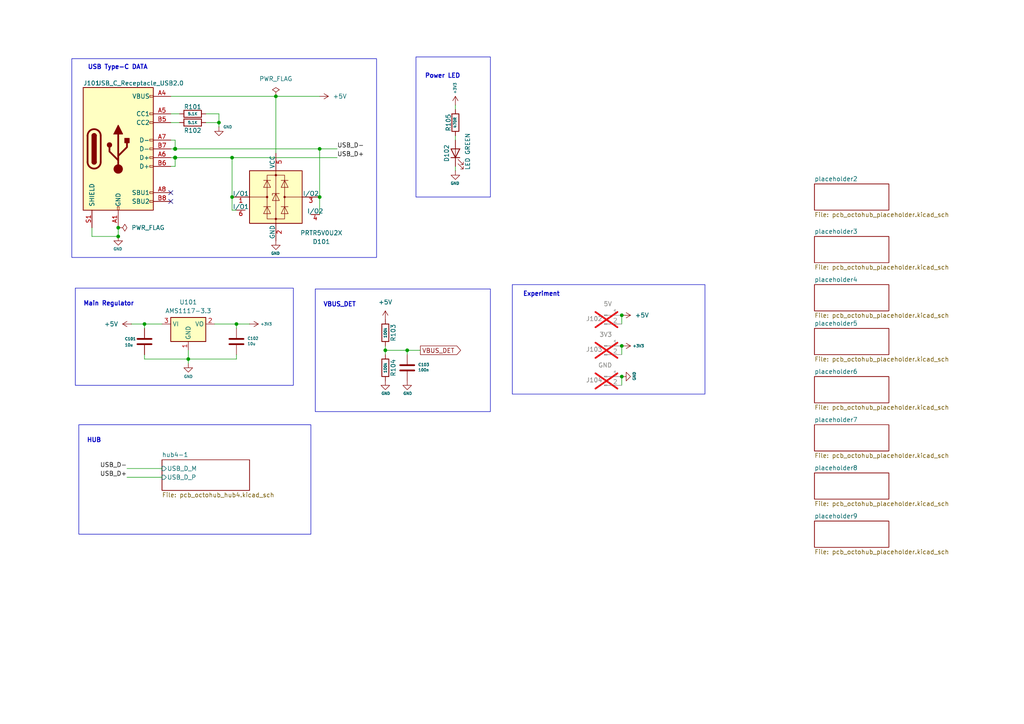
<source format=kicad_sch>
(kicad_sch (version 20231120) (generator "eeschema") (generator_version "8.0")
  (paper "A4")
  (title_block (title "Octoprobe octohub") (date "2024-06-18") (rev "0.2") (company "Hans Märki, Märki Informatik") (comment 1 "The MIT License (MIT)"))
  (lib_symbols
    (symbol "00_project_library:AMS1117-3.3"
      (property "Reference" "U" (at -3.81 3.175 0))
      (property "Value" "AMS1117-3.3" (at 0 3.175 0))
      (symbol "AMS1117-3.3_0_1"
        (rectangle (start -5.08 1.905) (end 5.08 -5.08) (stroke (width 0.254)) (fill (type background)))
      )
      (symbol "AMS1117-3.3_1_1"
        (pin power_in line (at 0 -7.62 90) (length 2.54) (name "GND") (number "1"))
        (pin power_out line (at 7.62 0 180) (length 2.54) (name "VO") (number "2"))
        (pin power_in line (at -7.62 0 0) (length 2.54) (name "VI") (number "3"))
      )
    )
    (symbol "00_project_library:C" (pin_numbers hide) (pin_names (offset 0.254))
      (property "Reference" "C" (at 0.635 2.54 0))
      (property "Value" "C" (at 0.635 -2.54 0))
      (symbol "C_0_1"
        (polyline (pts (xy -2.032 -0.762) (xy 2.032 -0.762)) (stroke (width 0.508)))
        (polyline (pts (xy -2.032 0.762) (xy 2.032 0.762)) (stroke (width 0.508)))
      )
      (symbol "C_1_1"
        (pin passive line (at 0 3.81 270) (length 2.794) (name "~") (number "1"))
        (pin passive line (at 0 -3.81 90) (length 2.794) (name "~") (number "2"))
      )
    )
    (symbol "00_project_library:LED GREEN" (pin_numbers hide) (pin_names (offset 1.016) hide)
      (property "Reference" "D" (at 0 2.54 0))
      (property "Value" "LED GREEN" (at 0 -2.54 0))
      (symbol "LED GREEN_0_1"
        (polyline (pts (xy -1.27 -1.27) (xy -1.27 1.27)) (stroke (width 0.254)))
        (polyline (pts (xy -1.27 0) (xy 1.27 0)))
        (polyline (pts (xy 1.27 -1.27) (xy 1.27 1.27) (xy -1.27 0) (xy 1.27 -1.27)) (stroke (width 0.254)))
        (polyline (pts (xy -3.048 -0.762) (xy -4.572 -2.286) (xy -3.81 -2.286) (xy -4.572 -2.286) (xy -4.572 -1.524)))
        (polyline (pts (xy -1.778 -0.762) (xy -3.302 -2.286) (xy -2.54 -2.286) (xy -3.302 -2.286) (xy -3.302 -1.524)))
      )
      (symbol "LED GREEN_1_1"
        (pin passive line (at -3.81 0 0) (length 2.54) (name "K") (number "1"))
        (pin passive line (at 3.81 0 180) (length 2.54) (name "A") (number "2"))
      )
    )
    (symbol "00_project_library:PRTR5V0U2X" (pin_names (offset 0))
      (property "Reference" "D" (at 2.794 8.636 0))
      (property "Value" "PRTR5V0U2X" (at 8.128 -9.398 0))
      (property "JLC" "C2937001" (at 0 0 0))
      (symbol "PRTR5V0U2X_0_1"
        (rectangle (start -7.62 7.62) (end 7.62 -7.62) (stroke (width 0.254)) (fill (type background)))
        (circle (center -2.54 0) (radius 0.254) (fill (type outline)))
        (rectangle (start -2.54 6.35) (end 2.54 -6.35))
        (circle (center 0 -6.35) (radius 0.254) (fill (type outline)))
        (polyline (pts (xy -2.54 0) (xy -7.62 0)))
        (polyline (pts (xy -1.524 -2.794) (xy -3.556 -2.794)))
        (polyline (pts (xy -1.524 4.826) (xy -3.556 4.826)))
        (polyline (pts (xy 0 -7.62) (xy 0 7.62)))
        (polyline (pts (xy 1.524 -2.794) (xy 3.556 -2.794)))
        (polyline (pts (xy 1.524 4.826) (xy 3.556 4.826)))
        (polyline (pts (xy 2.54 0) (xy 7.62 0)))
        (polyline (pts (xy 1.016 1.016) (xy -1.016 1.016) (xy -1.016 0.508)))
        (polyline (pts (xy -3.556 -4.826) (xy -1.524 -4.826) (xy -2.54 -2.794) (xy -3.556 -4.826)))
        (polyline (pts (xy -3.556 2.794) (xy -1.524 2.794) (xy -2.54 4.826) (xy -3.556 2.794)))
        (polyline (pts (xy -1.016 -1.016) (xy 1.016 -1.016) (xy 0 1.016) (xy -1.016 -1.016)))
        (polyline (pts (xy 3.556 -4.826) (xy 1.524 -4.826) (xy 2.54 -2.794) (xy 3.556 -4.826)))
        (polyline (pts (xy 3.556 2.794) (xy 1.524 2.794) (xy 2.54 4.826) (xy 3.556 2.794)))
        (circle (center 0 6.35) (radius 0.254) (fill (type outline)))
        (circle (center 2.54 0) (radius 0.254) (fill (type outline)))
      )
      (symbol "PRTR5V0U2X_1_0"
        (pin passive line (at 12.7 -5.08 180) (length 2.54) (name "I/O2") (number "4"))
        (pin passive line (at -11.43 -3.81 0) (length 2.54) (name "I/O1") (number "6"))
      )
      (symbol "PRTR5V0U2X_1_1"
        (pin passive line (at -12.7 0 0) (length 5.08) (name "I/O1") (number "1"))
        (pin passive line (at 0 -12.7 90) (length 5.08) (name "GND") (number "2"))
        (pin passive line (at 12.7 0 180) (length 5.08) (name "I/O2") (number "3"))
        (pin passive line (at 0 12.7 270) (length 5.08) (name "VCC") (number "5"))
      )
    )
    (symbol "00_project_library:USB_C_Receptacle_USB2.0" (pin_names (offset 1.016))
      (property "Reference" "J" (at -10.16 19.05 0))
      (property "Value" "USB_C_Receptacle_USB2.0" (at 19.05 19.05 0))
      (symbol "USB_C_Receptacle_USB2.0_0_0"
        (rectangle (start -0.254 -17.78) (end 0.254 -16.764))
        (rectangle (start 10.16 -14.986) (end 9.144 -15.494))
        (rectangle (start 10.16 -12.446) (end 9.144 -12.954))
        (rectangle (start 10.16 -4.826) (end 9.144 -5.334))
        (rectangle (start 10.16 -2.286) (end 9.144 -2.794))
        (rectangle (start 10.16 0.254) (end 9.144 -0.254))
        (rectangle (start 10.16 2.794) (end 9.144 2.286))
        (rectangle (start 10.16 7.874) (end 9.144 7.366))
        (rectangle (start 10.16 10.414) (end 9.144 9.906))
        (rectangle (start 10.16 15.494) (end 9.144 14.986))
      )
      (symbol "USB_C_Receptacle_USB2.0_0_1"
        (rectangle (start -10.16 17.78) (end 10.16 -17.78) (stroke (width 0.254)) (fill (type background)))
        (arc (start -8.89 -3.81) (mid -6.985 -5.7067) (end -5.08 -3.81) (stroke (width 0.508)))
        (arc (start -7.62 -3.81) (mid -6.985 -4.4423) (end -6.35 -3.81) (stroke (width 0.254)))
        (arc (start -7.62 -3.81) (mid -6.985 -4.4423) (end -6.35 -3.81) (stroke (width 0.254)) (fill (type outline)))
        (rectangle (start -7.62 3.81) (end -6.35 -3.81) (stroke (width 0.254)) (fill (type outline)))
        (arc (start -6.35 3.81) (mid -6.985 4.4423) (end -7.62 3.81) (stroke (width 0.254)))
        (arc (start -6.35 3.81) (mid -6.985 4.4423) (end -7.62 3.81) (stroke (width 0.254)) (fill (type outline)))
        (arc (start -5.08 3.81) (mid -6.985 5.7067) (end -8.89 3.81) (stroke (width 0.508)))
        (circle (center -2.54 1.143) (radius 0.635) (stroke (width 0.254)) (fill (type outline)))
        (circle (center 0 -5.842) (radius 1.27) (fill (type outline)))
        (polyline (pts (xy -8.89 -3.81) (xy -8.89 3.81)) (stroke (width 0.508)))
        (polyline (pts (xy -5.08 3.81) (xy -5.08 -3.81)) (stroke (width 0.508)))
        (polyline (pts (xy 0 -5.842) (xy 0 4.318)) (stroke (width 0.508)))
        (polyline (pts (xy 0 -3.302) (xy -2.54 -0.762) (xy -2.54 0.508)) (stroke (width 0.508)))
        (polyline (pts (xy 0 -2.032) (xy 2.54 0.508) (xy 2.54 1.778)) (stroke (width 0.508)))
        (polyline (pts (xy -1.27 4.318) (xy 0 6.858) (xy 1.27 4.318) (xy -1.27 4.318)) (stroke (width 0.254)) (fill (type outline)))
        (rectangle (start 1.905 1.778) (end 3.175 3.048) (stroke (width 0.254)) (fill (type outline)))
      )
      (symbol "USB_C_Receptacle_USB2.0_1_1"
        (pin passive line (at 0 -22.86 90) (length 5.08) (name "GND") (number "A1"))
        (pin passive line (at 0 -22.86 90) (length 5.08) hide (name "GND") (number "A12"))
        (pin passive line (at 15.24 15.24 180) (length 5.08) (name "VBUS") (number "A4"))
        (pin bidirectional line (at 15.24 10.16 180) (length 5.08) (name "CC1") (number "A5"))
        (pin bidirectional line (at 15.24 -2.54 180) (length 5.08) (name "D+") (number "A6"))
        (pin bidirectional line (at 15.24 2.54 180) (length 5.08) (name "D-") (number "A7"))
        (pin bidirectional line (at 15.24 -12.7 180) (length 5.08) (name "SBU1") (number "A8"))
        (pin passive line (at 15.24 15.24 180) (length 5.08) hide (name "VBUS") (number "A9"))
        (pin passive line (at 0 -22.86 90) (length 5.08) hide (name "GND") (number "B1"))
        (pin passive line (at 0 -22.86 90) (length 5.08) hide (name "GND") (number "B12"))
        (pin passive line (at 15.24 15.24 180) (length 5.08) hide (name "VBUS") (number "B4"))
        (pin bidirectional line (at 15.24 7.62 180) (length 5.08) (name "CC2") (number "B5"))
        (pin bidirectional line (at 15.24 -5.08 180) (length 5.08) (name "D+") (number "B6"))
        (pin bidirectional line (at 15.24 0 180) (length 5.08) (name "D-") (number "B7"))
        (pin bidirectional line (at 15.24 -15.24 180) (length 5.08) (name "SBU2") (number "B8"))
        (pin passive line (at 15.24 15.24 180) (length 5.08) hide (name "VBUS") (number "B9"))
        (pin passive line (at -7.62 -22.86 90) (length 5.08) (name "SHIELD") (number "S1"))
      )
    )
    (symbol "Connector:Conn_01x02_Pin" (pin_names (offset 1.016) hide)
      (property "Reference" "J" (at 0 2.54 0))
      (property "Value" "Conn_01x02_Pin" (at 0 -5.08 0))
      (symbol "Conn_01x02_Pin_1_1"
        (polyline (pts (xy 1.27 -2.54) (xy 0.8636 -2.54)) (stroke (width 0.1524)))
        (polyline (pts (xy 1.27 0) (xy 0.8636 0)) (stroke (width 0.1524)))
        (rectangle (start 0.8636 -2.413) (end 0 -2.667) (stroke (width 0.1524)) (fill (type outline)))
        (rectangle (start 0.8636 0.127) (end 0 -0.127) (stroke (width 0.1524)) (fill (type outline)))
        (pin passive line (at 5.08 0 180) (length 3.81) (name "Pin_1") (number "1"))
        (pin passive line (at 5.08 -2.54 180) (length 3.81) (name "Pin_2") (number "2"))
      )
    )
    (symbol "Device:R" (pin_numbers hide) (pin_names (offset 0))
      (property "Reference" "R" (at 2.032 0 90))
      (property "Value" "R" (at 0 0 90))
      (symbol "R_0_1"
        (rectangle (start -1.016 -2.54) (end 1.016 2.54) (stroke (width 0.254)))
      )
      (symbol "R_1_1"
        (pin passive line (at 0 3.81 270) (length 1.27) (name "~") (number "1"))
        (pin passive line (at 0 -3.81 90) (length 1.27) (name "~") (number "2"))
      )
    )
    (symbol "power:+3V3" (power) (pin_numbers hide) (pin_names (offset 0) hide)
      (property "Value" "+3V3" (at 0 3.556 0))
      (symbol "+3V3_0_1"
        (polyline (pts (xy -0.762 1.27) (xy 0 2.54)))
        (polyline (pts (xy 0 0) (xy 0 2.54)))
        (polyline (pts (xy 0 2.54) (xy 0.762 1.27)))
      )
      (symbol "+3V3_1_1"
        (pin power_in line (at 0 0 90) (length 0) (name "~") (number "1"))
      )
    )
    (symbol "power:+5V" (power) (pin_numbers hide) (pin_names (offset 0) hide)
      (property "Value" "+5V" (at 0 3.556 0))
      (symbol "+5V_0_1"
        (polyline (pts (xy -0.762 1.27) (xy 0 2.54)))
        (polyline (pts (xy 0 0) (xy 0 2.54)))
        (polyline (pts (xy 0 2.54) (xy 0.762 1.27)))
      )
      (symbol "+5V_1_1"
        (pin power_in line (at 0 0 90) (length 0) (name "~") (number "1"))
      )
    )
    (symbol "power:GND" (power) (pin_numbers hide) (pin_names (offset 0) hide)
      (property "Value" "GND" (at 0 -3.81 0))
      (symbol "GND_0_1"
        (polyline (pts (xy 0 0) (xy 0 -1.27) (xy 1.27 -1.27) (xy 0 -2.54) (xy -1.27 -1.27) (xy 0 -1.27)))
      )
      (symbol "GND_1_1"
        (pin power_in line (at 0 0 270) (length 0) (name "~") (number "1"))
      )
    )
    (symbol "power:PWR_FLAG" (power) (pin_numbers hide) (pin_names (offset 0) hide)
      (property "Value" "PWR_FLAG" (at 0 3.81 0))
      (symbol "PWR_FLAG_0_0"
        (pin power_out line (at 0 0 90) (length 0) (name "~") (number "1"))
      )
      (symbol "PWR_FLAG_0_1"
        (polyline (pts (xy 0 0) (xy 0 1.27) (xy -1.016 1.905) (xy 0 2.54) (xy 1.016 1.905) (xy 0 1.27)))
      )
    )
  )
  (junction (at 180.34 109.22))
  (junction (at 111.76 101.6))
  (junction (at 63.5 35.56))
  (junction (at 180.34 91.44))
  (junction (at 118.11 101.6))
  (junction (at 54.61 104.14))
  (junction (at 41.91 93.98))
  (junction (at 50.8 45.72) (diameter 1.016))
  (junction (at 92.71 57.15))
  (junction (at 67.31 57.15))
  (junction (at 68.58 93.98))
  (junction (at 80.01 27.94))
  (junction (at 180.34 100.33))
  (junction (at 67.31 45.72))
  (junction (at 92.71 43.18))
  (junction (at 34.29 66.04))
  (junction (at 34.29 68.58))
  (junction (at 50.8 43.18) (diameter 1.016))
  (no_connect (at 49.53 58.42))
  (no_connect (at 49.53 55.88))
  (wire (pts (xy 59.69 33.02) (xy 63.5 33.02)))
  (wire (pts (xy 92.71 57.15) (xy 92.71 62.23)))
  (wire (pts (xy 67.31 60.96) (xy 67.31 57.15)))
  (wire (pts (xy 68.58 95.25) (xy 68.58 93.98)))
  (wire (pts (xy 54.61 104.14) (xy 54.61 105.41)))
  (wire (pts (xy 118.11 101.6) (xy 118.11 102.87)))
  (wire (pts (xy 132.08 48.26) (xy 132.08 49.53)))
  (wire (pts (xy 132.08 39.37) (xy 132.08 40.64)))
  (wire (pts (xy 92.71 57.15) (xy 92.71 43.18)))
  (wire (pts (xy 41.91 102.87) (xy 41.91 104.14)))
  (wire (pts (xy 67.31 60.96) (xy 68.58 60.96)))
  (wire (pts (xy 41.91 93.98) (xy 41.91 95.25)))
  (wire (pts (xy 34.29 66.04) (xy 34.29 68.58)))
  (wire (pts (xy 180.34 91.44) (xy 180.34 93.98)))
  (wire (pts (xy 26.67 68.58) (xy 34.29 68.58)))
  (wire (pts (xy 50.8 45.72) (xy 67.31 45.72)))
  (wire (pts (xy 132.08 31.75) (xy 132.08 30.48)))
  (wire (pts (xy 54.61 101.6) (xy 54.61 104.14)))
  (wire (pts (xy 49.53 43.18) (xy 50.8 43.18)))
  (wire (pts (xy 50.8 43.18) (xy 92.71 43.18)))
  (wire (pts (xy 41.91 104.14) (xy 54.61 104.14)))
  (wire (pts (xy 80.01 27.94) (xy 80.01 44.45)))
  (wire (pts (xy 46.99 93.98) (xy 41.91 93.98)))
  (wire (pts (xy 67.31 45.72) (xy 67.31 57.15)))
  (wire (pts (xy 49.53 35.56) (xy 52.07 35.56)))
  (wire (pts (xy 59.69 35.56) (xy 63.5 35.56)))
  (wire (pts (xy 38.1 93.98) (xy 41.91 93.98)))
  (wire (pts (xy 49.53 27.94) (xy 80.01 27.94)))
  (wire (pts (xy 111.76 101.6) (xy 118.11 101.6)))
  (wire (pts (xy 121.92 101.6) (xy 118.11 101.6)))
  (wire (pts (xy 72.39 93.98) (xy 68.58 93.98)))
  (wire (pts (xy 54.61 104.14) (xy 68.58 104.14)))
  (wire (pts (xy 80.01 27.94) (xy 92.71 27.94)))
  (wire (pts (xy 26.67 66.04) (xy 26.67 68.58)))
  (wire (pts (xy 63.5 35.56) (xy 63.5 36.83)))
  (wire (pts (xy 68.58 93.98) (xy 62.23 93.98)))
  (wire (pts (xy 111.76 100.33) (xy 111.76 101.6)))
  (wire (pts (xy 49.53 33.02) (xy 52.07 33.02)))
  (wire (pts (xy 67.31 45.72) (xy 97.79 45.72)))
  (wire (pts (xy 49.53 40.64) (xy 50.8 40.64)))
  (wire (pts (xy 68.58 102.87) (xy 68.58 104.14)))
  (wire (pts (xy 49.53 48.26) (xy 50.8 48.26)))
  (wire (pts (xy 50.8 40.64) (xy 50.8 43.18)))
  (wire (pts (xy 92.71 43.18) (xy 97.79 43.18)))
  (wire (pts (xy 180.34 109.22) (xy 180.34 111.76)))
  (wire (pts (xy 63.5 33.02) (xy 63.5 35.56)))
  (wire (pts (xy 180.34 100.33) (xy 180.34 102.87)))
  (wire (pts (xy 36.83 138.43) (xy 46.99 138.43)))
  (wire (pts (xy 36.83 135.89) (xy 46.99 135.89)))
  (wire (pts (xy 111.76 101.6) (xy 111.76 102.87)))
  (wire (pts (xy 49.53 45.72) (xy 50.8 45.72)))
  (wire (pts (xy 50.8 48.26) (xy 50.8 45.72)))
  (rectangle (start 120.65 16.51) (end 142.24 57.15))
  (rectangle (start 148.59 82.55) (end 204.47 114.3))
  (rectangle (start 22.86 123.19) (end 90.17 154.94))
  (rectangle (start 91.44 83.82) (end 142.24 119.38))
  (rectangle (start 21.844 83.566) (end 85.09 111.76))
  (rectangle (start 20.828 17.018) (end 109.22 74.676))
  (text "USB Type-C DATA" (at 25.4 20.32 0) (effects (font (size 1.27 1.27) (thickness 0.254) (bold yes)) (justify left bottom)))
  (text "VBUS_DET" (at 93.726 89.154 0) (effects (font (size 1.27 1.27) (thickness 0.254) (bold yes)) (justify left bottom)))
  (text "Power LED" (at 123.19 22.86 0) (effects (font (size 1.27 1.27) (thickness 0.254) (bold yes)) (justify left bottom)))
  (text "Main Regulator" (at 24.13 88.9 0) (effects (font (size 1.27 1.27) (thickness 0.254) (bold yes)) (justify left bottom)))
  (text "HUB" (at 25.146 128.524 0) (effects (font (size 1.27 1.27) (thickness 0.254) (bold yes)) (justify left bottom)))
  (text "Experiment" (at 151.638 86.106 0) (effects (font (size 1.27 1.27) (thickness 0.254) (bold yes)) (justify left bottom)))
  (label "USB_D+" (at 36.83 138.43 180))
  (label "USB_D-" (at 36.83 135.89 180))
  (label "USB_D-" (at 97.79 43.18 0))
  (label "USB_D+" (at 97.79 45.72 0))
  (global_label "VBUS_DET" (shape output) (at 121.92 101.6 0) (property "Intersheetrefs" "${INTERSHEET_REFS}" (effects (hide yes))))
  (symbol (lib_id "power:GND") (at 80.01 69.85 0) (unit 1)
    (property "Reference" "#PWR0106" (effects (hide yes)))
    (property "Value" "GND" (at 79.883 73.4822 0) (effects (font (size 0.8 0.8))))
    (property "Description" "Power symbol creates a global label with name \"GND\" , ground" (effects (hide yes)))
  )
  (symbol (lib_id "00_project_library:PRTR5V0U2X") (at 80.01 57.15 0) (unit 1)
    (property "Reference" "D101" (at 93.218 70.104 0))
    (property "Value" "PRTR5V0U2X" (at 93.218 67.564 0))
    (property "Footprint" "Package_SON:Texas_USON-6_1x1.45mm_P0.5mm_SMD" (effects (hide yes)))
    (property "Datasheet" "https://wmsc.lcsc.com/wmsc/upload/file/pdf/v2/lcsc/2201121800_TECH-PUBLIC-PRTR5V0U2F_C2937001.pdf" (effects (hide yes)))
    (property "Description" "Ultra low capacitance double rail-to-rail ESD protection diode, SON-6(1x1.5)" (effects (hide yes)))
    (property "JLC" "C2937001" (effects (hide yes)))
  )
  (symbol (lib_id "power:+5V") (at 180.34 91.44 270) (unit 1)
    (property "Reference" "#PWR0112" (effects (hide yes)))
    (property "Value" "+5V" (at 184.15 91.4399 90) (effects (justify left)))
    (property "Description" "Power symbol creates a global label with name \"+5V\"" (effects (hide yes)))
  )
  (symbol (lib_id "power:GND") (at 34.29 68.58 0) (unit 1)
    (property "Reference" "#PWR0101" (effects (hide yes)))
    (property "Value" "GND" (at 34.163 72.2122 0) (effects (font (size 0.8 0.8))))
    (property "Description" "Power symbol creates a global label with name \"GND\" , ground" (effects (hide yes)))
  )
  (symbol (lib_id "Connector:Conn_01x02_Pin") (at 175.26 109.22 0) (unit 1) (in_bom no) (dnp yes)
    (property "Reference" "J104" (at 174.752 110.236 0) (effects (justify right)))
    (property "Value" "GND" (at 177.546 105.918 0) (effects (justify right)))
    (property "Footprint" "Connector_PinHeader_2.54mm:PinHeader_1x02_P2.54mm_Vertical" (effects (hide yes)))
    (property "Description" "Generic connector, single row, 01x02, script generated" (effects (hide yes)))
  )
  (symbol (lib_id "power:PWR_FLAG") (at 80.01 27.94 0) (unit 1)
    (property "Reference" "#FLG0102" (effects (hide yes)))
    (property "Value" "PWR_FLAG" (at 80.01 22.86 0))
    (property "Description" "Special symbol for telling ERC where power comes from" (effects (hide yes)))
  )
  (symbol (lib_id "power:+3V3") (at 72.39 93.98 270) (unit 1)
    (property "Reference" "#PWR0105" (effects (hide yes)))
    (property "Value" "+3V3" (at 77.216 93.98 90) (effects (font (size 0.8 0.8))))
    (property "Description" "Power symbol creates a global label with name \"+3V3\"" (effects (hide yes)))
  )
  (symbol (lib_id "00_project_library:C") (at 41.91 99.06 0) (unit 1)
    (property "Reference" "C101" (at 36.195 98.2726 0) (effects (font (size 0.8 0.8)) (justify left)))
    (property "Value" "10u" (at 36.195 100.076 0) (effects (font (size 0.8 0.8)) (justify left)))
    (property "Footprint" "Capacitor_SMD:C_0603_1608Metric" (effects (hide yes)))
  )
  (symbol (lib_id "power:GND") (at 54.61 105.41 0) (unit 1)
    (property "Reference" "#PWR0103" (effects (hide yes)))
    (property "Value" "GND" (at 54.61 109.22 0) (effects (font (size 0.8 0.8))))
    (property "Description" "Power symbol creates a global label with name \"GND\" , ground" (effects (hide yes)))
  )
  (symbol (lib_id "power:+3V3") (at 180.34 100.33 270) (unit 1)
    (property "Reference" "#PWR0113" (effects (hide yes)))
    (property "Value" "+3V3" (at 185.166 100.33 90) (effects (font (size 0.8 0.8))))
    (property "Description" "Power symbol creates a global label with name \"+3V3\"" (effects (hide yes)))
  )
  (symbol (lib_id "power:+3V3") (at 132.08 30.48 0) (unit 1)
    (property "Reference" "#PWR0110" (effects (hide yes)))
    (property "Value" "+3V3" (at 131.953 25.5778 90) (effects (font (size 0.8 0.8))))
    (property "Description" "Power symbol creates a global label with name \"+3V3\"" (effects (hide yes)))
  )
  (symbol (lib_id "Connector:Conn_01x02_Pin") (at 175.26 91.44 0) (unit 1) (in_bom no) (dnp yes)
    (property "Reference" "J102" (at 174.752 92.456 0) (effects (justify right)))
    (property "Value" "5V" (at 177.546 88.138 0) (effects (justify right)))
    (property "Footprint" "Connector_PinHeader_2.54mm:PinHeader_1x02_P2.54mm_Vertical" (effects (hide yes)))
    (property "Description" "Generic connector, single row, 01x02, script generated" (effects (hide yes)))
  )
  (symbol (lib_id "Device:R") (at 55.88 33.02 90) (unit 1)
    (property "Reference" "R101" (at 55.88 30.988 90))
    (property "Value" "5.1K" (at 55.88 33.02 90) (effects (font (size 0.8 0.8))))
    (property "Footprint" "Resistor_SMD:R_0402_1005Metric" (effects (hide yes)))
  )
  (symbol (lib_id "00_project_library:USB_C_Receptacle_USB2.0") (at 34.29 43.18 0) (unit 1)
    (property "Reference" "J101" (at 24.13 24.13 0) (effects (justify left)))
    (property "Value" "USB_C_Receptacle_USB2.0" (at 53.34 24.13 0) (effects (justify right)))
    (property "Footprint" "00_project_library:USB_C_Receptacle_Palconn_UTC16-G" (effects (hide yes)))
    (property "Datasheet" "https://www.usb.org/sites/default/files/documents/usb_type-c.zip" (effects (hide yes)))
    (property "JLC" "C165948" (effects (hide yes)))
    (property "DigiKey" "https://www.digikey.com/en/products/detail/gct/USB4105-GF-A/11198441" (effects (hide yes)))
    (property "Digikey" "https://www.digikey.com/en/products/detail/gct/USB4105-GF-A/11198441" (effects (hide yes)))
  )
  (symbol (lib_id "power:GND") (at 132.08 49.53 0) (unit 1)
    (property "Reference" "#PWR0111" (effects (hide yes)))
    (property "Value" "GND" (at 131.953 53.1622 0) (effects (font (size 0.8 0.8))))
    (property "Description" "Power symbol creates a global label with name \"GND\" , ground" (effects (hide yes)))
  )
  (symbol (lib_id "power:GND") (at 63.5 36.83 0) (unit 1)
    (property "Reference" "#PWR0104" (effects (hide yes)))
    (property "Value" "GND" (at 66.04 36.83 0) (effects (font (size 0.8 0.8))))
    (property "Description" "Power symbol creates a global label with name \"GND\" , ground" (effects (hide yes)))
  )
  (symbol (lib_id "power:GND") (at 180.34 109.22 90) (unit 1)
    (property "Reference" "#PWR0114" (effects (hide yes)))
    (property "Value" "GND" (at 183.9722 109.093 0) (effects (font (size 0.8 0.8))))
    (property "Description" "Power symbol creates a global label with name \"GND\" , ground" (effects (hide yes)))
  )
  (symbol (lib_id "Device:R") (at 132.08 35.56 180) (unit 1)
    (property "Reference" "R105" (at 130.048 35.56 90))
    (property "Value" "470R" (at 131.9784 35.56 90) (effects (font (size 0.8 0.8))))
    (property "Footprint" "Resistor_SMD:R_0402_1005Metric" (effects (hide yes)))
  )
  (symbol (lib_id "power:+5V") (at 92.71 27.94 270) (unit 1)
    (property "Reference" "#PWR0107" (effects (hide yes)))
    (property "Value" "+5V" (at 96.52 27.9399 90) (effects (justify left)))
    (property "Description" "Power symbol creates a global label with name \"+5V\"" (effects (hide yes)))
  )
  (symbol (lib_id "power:GND") (at 111.76 110.49 0) (unit 1)
    (property "Reference" "#PWR0108" (effects (hide yes)))
    (property "Value" "GND" (at 111.887 114.1222 0) (effects (font (size 0.8 0.8))))
    (property "Description" "Power symbol creates a global label with name \"GND\" , ground" (effects (hide yes)))
  )
  (symbol (lib_id "power:+5V") (at 38.1 93.98 90) (unit 1)
    (property "Reference" "#PWR0102" (effects (hide yes)))
    (property "Value" "+5V" (at 34.29 93.9799 90) (effects (justify left)))
    (property "Description" "Power symbol creates a global label with name \"+5V\"" (effects (hide yes)))
  )
  (symbol (lib_id "Device:R") (at 111.76 96.52 180) (unit 1)
    (property "Reference" "R103" (at 114.046 96.52 90))
    (property "Value" "100k" (at 111.76 96.52 90) (effects (font (size 0.8 0.8))))
    (property "Footprint" "Resistor_SMD:R_0402_1005Metric" (effects (hide yes)))
  )
  (symbol (lib_id "00_project_library:AMS1117-3.3") (at 54.61 93.98 0) (unit 1)
    (property "Reference" "U101" (at 54.61 87.63 0))
    (property "Value" "AMS1117-3.3" (at 54.61 90.17 0))
    (property "Footprint" "00_project_library:SOT-223-3_TabPin2" (effects (hide yes)))
    (property "Datasheet" "http://www.advanced-monolithic.com/pdf/ds1117.pdf" (effects (hide yes)))
    (property "JLC" "C6186" (effects (hide yes)))
  )
  (symbol (lib_id "00_project_library:LED GREEN") (at 132.08 44.45 90) (unit 1)
    (property "Reference" "D102" (at 129.54 44.45 0))
    (property "Value" "LED GREEN" (at 135.636 43.942 0))
    (property "Footprint" "00_project_library:LED_0603_1608Metric" (effects (hide yes)))
    (property "JLC" "C2297" (effects (hide yes)))
  )
  (symbol (lib_id "00_project_library:C") (at 118.11 106.68 0) (unit 1)
    (property "Reference" "C103" (at 121.285 105.7656 0) (effects (font (size 0.8 0.8)) (justify left)))
    (property "Value" "100n" (at 121.285 107.315 0) (effects (font (size 0.8 0.8)) (justify left)))
    (property "Footprint" "Capacitor_SMD:C_0603_1608Metric" (effects (hide yes)))
  )
  (symbol (lib_id "power:+5V") (at 111.76 92.71 0) (unit 1)
    (property "Reference" "#PWR0115" (effects (hide yes)))
    (property "Value" "+5V" (at 111.76 87.63 0))
    (property "Description" "Power symbol creates a global label with name \"+5V\"" (effects (hide yes)))
  )
  (symbol (lib_id "Connector:Conn_01x02_Pin") (at 175.26 100.33 0) (unit 1) (in_bom no) (dnp yes)
    (property "Reference" "J103" (at 174.752 101.346 0) (effects (justify right)))
    (property "Value" "3V3" (at 177.546 97.028 0) (effects (justify right)))
    (property "Footprint" "Connector_PinHeader_2.54mm:PinHeader_1x02_P2.54mm_Vertical" (effects (hide yes)))
    (property "Description" "Generic connector, single row, 01x02, script generated" (effects (hide yes)))
  )
  (symbol (lib_id "00_project_library:C") (at 68.58 99.06 0) (unit 1)
    (property "Reference" "C102" (at 71.755 98.1456 0) (effects (font (size 0.8 0.8)) (justify left)))
    (property "Value" "10u" (at 71.755 99.695 0) (effects (font (size 0.8 0.8)) (justify left)))
    (property "Footprint" "Capacitor_SMD:C_0603_1608Metric" (effects (hide yes)))
  )
  (symbol (lib_id "power:PWR_FLAG") (at 34.29 66.04 270) (unit 1)
    (property "Reference" "#FLG0101" (effects (hide yes)))
    (property "Value" "PWR_FLAG" (at 38.1 66.0399 90) (effects (justify left)))
    (property "Description" "Special symbol for telling ERC where power comes from" (effects (hide yes)))
  )
  (symbol (lib_id "Device:R") (at 55.88 35.56 90) (unit 1)
    (property "Reference" "R102" (at 55.88 37.846 90))
    (property "Value" "5.1K" (at 55.88 35.56 90) (effects (font (size 0.8 0.8))))
    (property "Footprint" "Resistor_SMD:R_0402_1005Metric" (effects (hide yes)))
  )
  (symbol (lib_id "Device:R") (at 111.76 106.68 180) (unit 1)
    (property "Reference" "R104" (at 114.046 106.68 90))
    (property "Value" "100k" (at 111.76 106.68 90) (effects (font (size 0.8 0.8))))
    (property "Footprint" "Resistor_SMD:R_0402_1005Metric" (effects (hide yes)))
  )
  (symbol (lib_id "power:GND") (at 118.11 110.49 0) (unit 1)
    (property "Reference" "#PWR0109" (effects (hide yes)))
    (property "Value" "GND" (at 118.237 114.1222 0) (effects (font (size 0.8 0.8))))
    (property "Description" "Power symbol creates a global label with name \"GND\" , ground" (effects (hide yes)))
  )
  (sheet (at 236.22 95.25) (size 21.59 7.62) (stroke (width 0.1524))
    (property "Sheetname" "placeholder5" (at 236.22 94.5384 0) (effects (justify left bottom)))
    (property "Sheetfile" "pcb_octohub_placeholder.kicad_sch" (at 236.22 103.4546 0) (effects (justify left top)))
  )
  (sheet (at 236.22 137.16) (size 21.59 7.62) (stroke (width 0.1524))
    (property "Sheetname" "placeholder8" (at 236.22 136.4484 0) (effects (justify left bottom)))
    (property "Sheetfile" "pcb_octohub_placeholder.kicad_sch" (at 236.22 145.3646 0) (effects (justify left top)))
  )
  (sheet (at 236.22 68.58) (size 21.59 7.62) (stroke (width 0.1524))
    (property "Sheetname" "placeholder3" (at 236.22 67.8684 0) (effects (justify left bottom)))
    (property "Sheetfile" "pcb_octohub_placeholder.kicad_sch" (at 236.22 76.7846 0) (effects (justify left top)))
  )
  (sheet (at 236.22 53.34) (size 21.59 7.62) (stroke (width 0.1524))
    (property "Sheetname" "placeholder2" (at 236.22 52.6284 0) (effects (justify left bottom)))
    (property "Sheetfile" "pcb_octohub_placeholder.kicad_sch" (at 236.22 61.5446 0) (effects (justify left top)))
  )
  (sheet (at 236.22 123.19) (size 21.59 7.62) (stroke (width 0.1524))
    (property "Sheetname" "placeholder7" (at 236.22 122.4784 0) (effects (justify left bottom)))
    (property "Sheetfile" "pcb_octohub_placeholder.kicad_sch" (at 236.22 131.3946 0) (effects (justify left top)))
  )
  (sheet (at 236.22 151.13) (size 21.59 7.62) (stroke (width 0.1524))
    (property "Sheetname" "placeholder9" (at 236.22 150.4184 0) (effects (justify left bottom)))
    (property "Sheetfile" "pcb_octohub_placeholder.kicad_sch" (at 236.22 159.3346 0) (effects (justify left top)))
  )
  (sheet (at 236.22 109.22) (size 21.59 7.62) (stroke (width 0.1524))
    (property "Sheetname" "placeholder6" (at 236.22 108.5084 0) (effects (justify left bottom)))
    (property "Sheetfile" "pcb_octohub_placeholder.kicad_sch" (at 236.22 117.4246 0) (effects (justify left top)))
  )
  (sheet (at 46.99 133.35) (size 25.4 8.89) (stroke (width 0.1524))
    (property "Sheetname" "hub4-1" (at 46.99 132.6384 0) (effects (justify left bottom)))
    (property "Sheetfile" "pcb_octohub_hub4.kicad_sch" (at 46.99 142.8246 0) (effects (justify left top)))
    (property "PluglabelA" "1" (effects (hide yes)))
    (property "PluglabelB" "2" (effects (hide yes)))
    (property "PluglabelC" "3" (effects (hide yes)))
    (property "PluglabelD" "4" (effects (hide yes)))
    (pin "USB_D_M" input (at 46.99 135.89 180))
    (pin "USB_D_P" input (at 46.99 138.43 180))
  )
  (sheet (at 236.22 82.55) (size 21.59 7.62) (stroke (width 0.1524))
    (property "Sheetname" "placeholder4" (at 236.22 81.8384 0) (effects (justify left bottom)))
    (property "Sheetfile" "pcb_octohub_placeholder.kicad_sch" (at 236.22 90.7546 0) (effects (justify left top)))
  )
)
</source>
